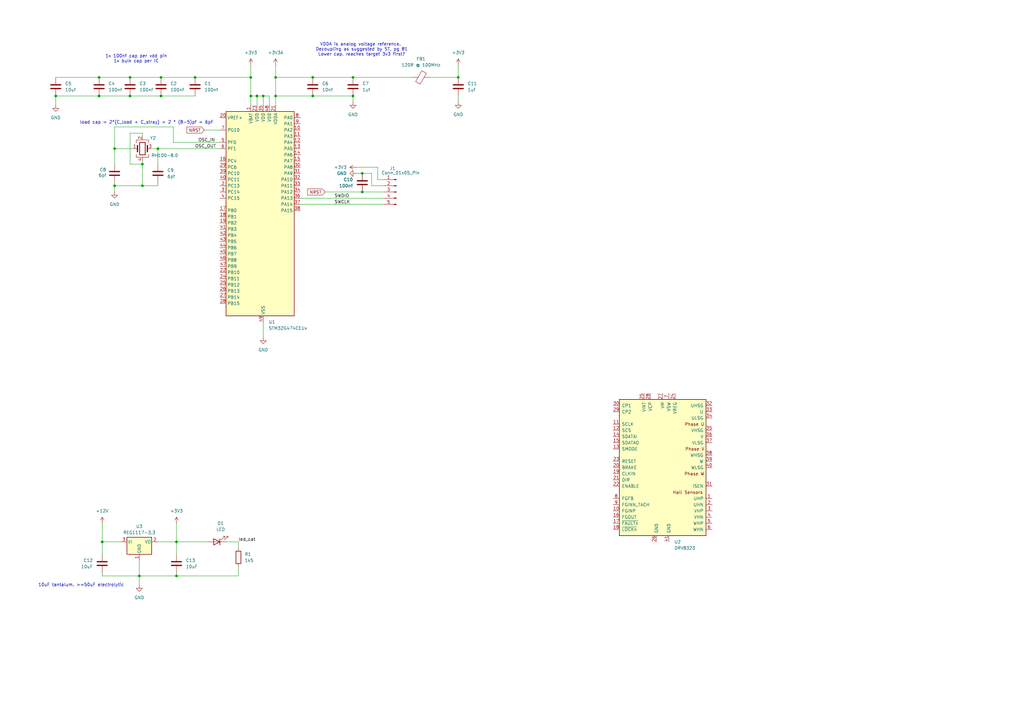
<source format=kicad_sch>
(kicad_sch (version 20231120) (generator "eeschema") (generator_version "8.0")
  (paper "A3")
  (lib_symbols
    (symbol "Connector:Conn_01x05_Pin" (pin_names (offset 1.016) hide)
      (property "Reference" "J" (at 0 7.62 0))
      (property "Value" "Conn_01x05_Pin" (at 0 -7.62 0))
      (symbol "Conn_01x05_Pin_1_1"
        (polyline (pts (xy 1.27 -5.08) (xy 0.8636 -5.08)) (stroke (width 0.1524)))
        (polyline (pts (xy 1.27 -2.54) (xy 0.8636 -2.54)) (stroke (width 0.1524)))
        (polyline (pts (xy 1.27 0) (xy 0.8636 0)) (stroke (width 0.1524)))
        (polyline (pts (xy 1.27 2.54) (xy 0.8636 2.54)) (stroke (width 0.1524)))
        (polyline (pts (xy 1.27 5.08) (xy 0.8636 5.08)) (stroke (width 0.1524)))
        (rectangle (start 0.8636 -4.953) (end 0 -5.207) (stroke (width 0.1524)) (fill (type outline)))
        (rectangle (start 0.8636 -2.413) (end 0 -2.667) (stroke (width 0.1524)) (fill (type outline)))
        (rectangle (start 0.8636 0.127) (end 0 -0.127) (stroke (width 0.1524)) (fill (type outline)))
        (rectangle (start 0.8636 2.667) (end 0 2.413) (stroke (width 0.1524)) (fill (type outline)))
        (rectangle (start 0.8636 5.207) (end 0 4.953) (stroke (width 0.1524)) (fill (type outline)))
        (pin passive line (at 5.08 5.08 180) (length 3.81) (name "Pin_1") (number "1"))
        (pin passive line (at 5.08 2.54 180) (length 3.81) (name "Pin_2") (number "2"))
        (pin passive line (at 5.08 0 180) (length 3.81) (name "Pin_3") (number "3"))
        (pin passive line (at 5.08 -2.54 180) (length 3.81) (name "Pin_4") (number "4"))
        (pin passive line (at 5.08 -5.08 180) (length 3.81) (name "Pin_5") (number "5"))
      )
    )
    (symbol "Device:C" (pin_numbers hide) (pin_names (offset 0.254))
      (property "Reference" "C" (at 0.635 2.54 0))
      (property "Value" "C" (at 0.635 -2.54 0))
      (symbol "C_0_1"
        (polyline (pts (xy -2.032 -0.762) (xy 2.032 -0.762)) (stroke (width 0.508)))
        (polyline (pts (xy -2.032 0.762) (xy 2.032 0.762)) (stroke (width 0.508)))
      )
      (symbol "C_1_1"
        (pin passive line (at 0 3.81 270) (length 2.794) (name "~") (number "1"))
        (pin passive line (at 0 -3.81 90) (length 2.794) (name "~") (number "2"))
      )
    )
    (symbol "Device:Crystal_GND24" (pin_names (offset 1.016) hide)
      (property "Reference" "Y" (at 3.175 5.08 0))
      (property "Value" "Crystal_GND24" (at 3.175 3.175 0))
      (symbol "Crystal_GND24_0_1"
        (rectangle (start -1.143 2.54) (end 1.143 -2.54) (stroke (width 0.3048)))
        (polyline (pts (xy -2.54 0) (xy -2.032 0)))
        (polyline (pts (xy -2.032 -1.27) (xy -2.032 1.27)) (stroke (width 0.508)))
        (polyline (pts (xy 0 -3.81) (xy 0 -3.556)))
        (polyline (pts (xy 0 3.556) (xy 0 3.81)))
        (polyline (pts (xy 2.032 -1.27) (xy 2.032 1.27)) (stroke (width 0.508)))
        (polyline (pts (xy 2.032 0) (xy 2.54 0)))
        (polyline (pts (xy -2.54 -2.286) (xy -2.54 -3.556) (xy 2.54 -3.556) (xy 2.54 -2.286)))
        (polyline (pts (xy -2.54 2.286) (xy -2.54 3.556) (xy 2.54 3.556) (xy 2.54 2.286)))
      )
      (symbol "Crystal_GND24_1_1"
        (pin passive line (at -3.81 0 0) (length 1.27) (name "1") (number "1"))
        (pin passive line (at 0 5.08 270) (length 1.27) (name "2") (number "2"))
        (pin passive line (at 3.81 0 180) (length 1.27) (name "3") (number "3"))
        (pin passive line (at 0 -5.08 90) (length 1.27) (name "4") (number "4"))
      )
    )
    (symbol "Device:FerriteBead" (pin_numbers hide) (pin_names (offset 0))
      (property "Reference" "FB" (at -3.81 0.635 90))
      (property "Value" "FerriteBead" (at 3.81 0 90))
      (symbol "FerriteBead_0_1"
        (polyline (pts (xy 0 -1.27) (xy 0 -1.2192)))
        (polyline (pts (xy 0 1.27) (xy 0 1.2954)))
        (polyline (pts (xy -2.7686 0.4064) (xy -1.7018 2.2606) (xy 2.7686 -0.3048) (xy 1.6764 -2.159) (xy -2.7686 0.4064)))
      )
      (symbol "FerriteBead_1_1"
        (pin passive line (at 0 3.81 270) (length 2.54) (name "~") (number "1"))
        (pin passive line (at 0 -3.81 90) (length 2.54) (name "~") (number "2"))
      )
    )
    (symbol "Device:LED" (pin_numbers hide) (pin_names (offset 1.016) hide)
      (property "Reference" "D" (at 0 2.54 0))
      (property "Value" "LED" (at 0 -2.54 0))
      (symbol "LED_0_1"
        (polyline (pts (xy -1.27 -1.27) (xy -1.27 1.27)) (stroke (width 0.254)))
        (polyline (pts (xy -1.27 0) (xy 1.27 0)))
        (polyline (pts (xy 1.27 -1.27) (xy 1.27 1.27) (xy -1.27 0) (xy 1.27 -1.27)) (stroke (width 0.254)))
        (polyline (pts (xy -3.048 -0.762) (xy -4.572 -2.286) (xy -3.81 -2.286) (xy -4.572 -2.286) (xy -4.572 -1.524)))
        (polyline (pts (xy -1.778 -0.762) (xy -3.302 -2.286) (xy -2.54 -2.286) (xy -3.302 -2.286) (xy -3.302 -1.524)))
      )
      (symbol "LED_1_1"
        (pin passive line (at -3.81 0 0) (length 2.54) (name "K") (number "1"))
        (pin passive line (at 3.81 0 180) (length 2.54) (name "A") (number "2"))
      )
    )
    (symbol "Device:R" (pin_numbers hide) (pin_names (offset 0))
      (property "Reference" "R" (at 2.032 0 90))
      (property "Value" "R" (at 0 0 90))
      (symbol "R_0_1"
        (rectangle (start -1.016 -2.54) (end 1.016 2.54) (stroke (width 0.254)))
      )
      (symbol "R_1_1"
        (pin passive line (at 0 3.81 270) (length 1.27) (name "~") (number "1"))
        (pin passive line (at 0 -3.81 90) (length 1.27) (name "~") (number "2"))
      )
    )
    (symbol "Driver_Motor:DRV8308" (pin_names (offset 1.016))
      (property "Reference" "U" (at -17.78 36.83 0))
      (property "Value" "DRV8308" (at -17.78 -21.59 0))
      (symbol "DRV8308_0_0"
        (text "Hall Sensors" (at 16.51 -2.54 0) (effects (font (size 1.27 1.27)) (justify right)))
        (text "Phase U" (at 17.145 25.4 0) (effects (font (size 1.27 1.27)) (justify right)))
        (text "Phase V" (at 17.145 15.24 0) (effects (font (size 1.27 1.27)) (justify right)))
        (text "Phase W" (at 17.145 5.08 0) (effects (font (size 1.27 1.27)) (justify right)))
      )
      (symbol "DRV8308_0_1"
        (rectangle (start -17.78 35.56) (end 17.78 -20.32) (stroke (width 0.254)) (fill (type background)))
      )
      (symbol "DRV8308_1_1"
        (pin input line (at 20.32 -5.08 180) (length 2.54) (name "UHP") (number "1"))
        (pin bidirectional line (at -20.32 -10.16 0) (length 2.54) (name "FGINP") (number "10"))
        (pin input line (at -20.32 25.4 0) (length 2.54) (name "SCLK") (number "11"))
        (pin input line (at -20.32 22.86 0) (length 2.54) (name "SCS") (number "12"))
        (pin input line (at -20.32 15.24 0) (length 2.54) (name "SMODE") (number "13"))
        (pin input line (at -20.32 20.32 0) (length 2.54) (name "SDATAI") (number "14"))
        (pin output line (at -20.32 17.78 0) (length 2.54) (name "SDATAO") (number "15"))
        (pin output line (at -20.32 -12.7 0) (length 2.54) (name "FGOUT") (number "16"))
        (pin output line (at -20.32 -15.24 0) (length 2.54) (name "~{FAULTn}") (number "17"))
        (pin output line (at -20.32 -17.78 0) (length 2.54) (name "~{LOCKn}") (number "18"))
        (pin input line (at -20.32 5.08 0) (length 2.54) (name "CLKIN") (number "19"))
        (pin input line (at 20.32 -7.62 180) (length 2.54) (name "UHN") (number "2"))
        (pin input line (at -20.32 7.62 0) (length 2.54) (name "BRAKE") (number "20"))
        (pin input line (at -20.32 2.54 0) (length 2.54) (name "DIR") (number "21"))
        (pin input line (at -20.32 0 0) (length 2.54) (name "ENABLE") (number "22"))
        (pin input line (at -20.32 10.16 0) (length 2.54) (name "RESET") (number "23"))
        (pin power_out line (at 5.08 38.1 270) (length 2.54) (name "VREG") (number "24"))
        (pin passive line (at -7.62 38.1 270) (length 2.54) (name "VINT") (number "25"))
        (pin power_in line (at -2.54 -22.86 90) (length 2.54) (name "GND") (number "26"))
        (pin power_in line (at 0 38.1 270) (length 2.54) (name "VM") (number "27"))
        (pin passive line (at -5.08 38.1 270) (length 2.54) (name "VCP") (number "28"))
        (pin passive line (at -20.32 30.48 0) (length 2.54) (name "CP2") (number "29"))
        (pin input line (at 20.32 -10.16 180) (length 2.54) (name "VHP") (number "3"))
        (pin passive line (at -20.32 33.02 0) (length 2.54) (name "CP1") (number "30"))
        (pin input line (at 20.32 0 180) (length 2.54) (name "ISEN") (number "31"))
        (pin output line (at 20.32 33.02 180) (length 2.54) (name "UHSG") (number "32"))
        (pin input line (at 20.32 30.48 180) (length 2.54) (name "U") (number "33"))
        (pin output line (at 20.32 27.94 180) (length 2.54) (name "ULSG") (number "34"))
        (pin output line (at 20.32 22.86 180) (length 2.54) (name "VHSG") (number "35"))
        (pin input line (at 20.32 20.32 180) (length 2.54) (name "V") (number "36"))
        (pin output line (at 20.32 17.78 180) (length 2.54) (name "VLSG") (number "37"))
        (pin output line (at 20.32 12.7 180) (length 2.54) (name "WHSG") (number "38"))
        (pin input line (at 20.32 10.16 180) (length 2.54) (name "W") (number "39"))
        (pin input line (at 20.32 -12.7 180) (length 2.54) (name "VHN") (number "4"))
        (pin output line (at 20.32 7.62 180) (length 2.54) (name "WLSG") (number "40"))
        (pin power_in line (at 2.54 -22.86 90) (length 2.54) (name "GND") (number "41"))
        (pin input line (at 20.32 -15.24 180) (length 2.54) (name "WHP") (number "5"))
        (pin input line (at 20.32 -17.78 180) (length 2.54) (name "WHN") (number "6"))
        (pin power_out line (at 2.54 38.1 270) (length 2.54) (name "VSW") (number "7"))
        (pin output line (at -20.32 -5.08 0) (length 2.54) (name "FGFB") (number "8"))
        (pin input line (at -20.32 -7.62 0) (length 2.54) (name "FGINN_TACH") (number "9"))
      )
    )
    (symbol "MCU_ST_STM32G4:STM32G474CEUx"
      (property "Reference" "U" (at -12.7 44.45 0))
      (property "Value" "STM32G474CEUx" (at 10.16 44.45 0))
      (symbol "STM32G474CEUx_0_1"
        (rectangle (start -12.7 -40.64) (end 15.24 43.18) (stroke (width 0.254)) (fill (type background)))
      )
      (symbol "STM32G474CEUx_1_1"
        (pin power_in line (at -2.54 45.72 270) (length 2.54) (name "VBAT") (number "1"))
        (pin bidirectional line (at 17.78 35.56 180) (length 2.54) (name "PA2") (number "10"))
        (pin bidirectional line (at 17.78 33.02 180) (length 2.54) (name "PA3") (number "11"))
        (pin bidirectional line (at 17.78 30.48 180) (length 2.54) (name "PA4") (number "12"))
        (pin bidirectional line (at 17.78 27.94 180) (length 2.54) (name "PA5") (number "13"))
        (pin bidirectional line (at 17.78 25.4 180) (length 2.54) (name "PA6") (number "14"))
        (pin bidirectional line (at 17.78 22.86 180) (length 2.54) (name "PA7") (number "15"))
        (pin bidirectional line (at -15.24 22.86 0) (length 2.54) (name "PC4") (number "16"))
        (pin bidirectional line (at -15.24 2.54 0) (length 2.54) (name "PB0") (number "17"))
        (pin bidirectional line (at -15.24 0 0) (length 2.54) (name "PB1") (number "18"))
        (pin bidirectional line (at -15.24 -2.54 0) (length 2.54) (name "PB2") (number "19"))
        (pin bidirectional line (at -15.24 12.7 0) (length 2.54) (name "PC13") (number "2"))
        (pin input line (at -15.24 40.64 0) (length 2.54) (name "VREF+") (number "20"))
        (pin power_in line (at 7.62 45.72 270) (length 2.54) (name "VDDA") (number "21"))
        (pin bidirectional line (at -15.24 -22.86 0) (length 2.54) (name "PB10") (number "22"))
        (pin power_in line (at 0 45.72 270) (length 2.54) (name "VDD") (number "23"))
        (pin bidirectional line (at -15.24 -25.4 0) (length 2.54) (name "PB11") (number "24"))
        (pin bidirectional line (at -15.24 -27.94 0) (length 2.54) (name "PB12") (number "25"))
        (pin bidirectional line (at -15.24 -30.48 0) (length 2.54) (name "PB13") (number "26"))
        (pin bidirectional line (at -15.24 -33.02 0) (length 2.54) (name "PB14") (number "27"))
        (pin bidirectional line (at -15.24 -35.56 0) (length 2.54) (name "PB15") (number "28"))
        (pin bidirectional line (at -15.24 20.32 0) (length 2.54) (name "PC6") (number "29"))
        (pin bidirectional line (at -15.24 10.16 0) (length 2.54) (name "PC14") (number "3"))
        (pin bidirectional line (at 17.78 20.32 180) (length 2.54) (name "PA8") (number "30"))
        (pin bidirectional line (at 17.78 17.78 180) (length 2.54) (name "PA9") (number "31"))
        (pin bidirectional line (at 17.78 15.24 180) (length 2.54) (name "PA10") (number "32"))
        (pin bidirectional line (at 17.78 12.7 180) (length 2.54) (name "PA11") (number "33"))
        (pin bidirectional line (at 17.78 10.16 180) (length 2.54) (name "PA12") (number "34"))
        (pin power_in line (at 2.54 45.72 270) (length 2.54) (name "VDD") (number "35"))
        (pin bidirectional line (at 17.78 7.62 180) (length 2.54) (name "PA13") (number "36"))
        (pin bidirectional line (at 17.78 5.08 180) (length 2.54) (name "PA14") (number "37"))
        (pin bidirectional line (at 17.78 2.54 180) (length 2.54) (name "PA15") (number "38"))
        (pin bidirectional line (at -15.24 17.78 0) (length 2.54) (name "PC10") (number "39"))
        (pin bidirectional line (at -15.24 7.62 0) (length 2.54) (name "PC15") (number "4"))
        (pin bidirectional line (at -15.24 15.24 0) (length 2.54) (name "PC11") (number "40"))
        (pin bidirectional line (at -15.24 -5.08 0) (length 2.54) (name "PB3") (number "41"))
        (pin bidirectional line (at -15.24 -7.62 0) (length 2.54) (name "PB4") (number "42"))
        (pin bidirectional line (at -15.24 -10.16 0) (length 2.54) (name "PB5") (number "43"))
        (pin bidirectional line (at -15.24 -12.7 0) (length 2.54) (name "PB6") (number "44"))
        (pin bidirectional line (at -15.24 -15.24 0) (length 2.54) (name "PB7") (number "45"))
        (pin bidirectional line (at -15.24 -17.78 0) (length 2.54) (name "PB8") (number "46"))
        (pin bidirectional line (at -15.24 -20.32 0) (length 2.54) (name "PB9") (number "47"))
        (pin power_in line (at 5.08 45.72 270) (length 2.54) (name "VDD") (number "48"))
        (pin power_in line (at 2.54 -43.18 90) (length 2.54) (name "VSS") (number "49"))
        (pin bidirectional line (at -15.24 30.48 0) (length 2.54) (name "PF0") (number "5"))
        (pin bidirectional line (at -15.24 27.94 0) (length 2.54) (name "PF1") (number "6"))
        (pin bidirectional line (at -15.24 35.56 0) (length 2.54) (name "PG10") (number "7"))
        (pin bidirectional line (at 17.78 40.64 180) (length 2.54) (name "PA0") (number "8"))
        (pin bidirectional line (at 17.78 38.1 180) (length 2.54) (name "PA1") (number "9"))
      )
    )
    (symbol "Regulator_Linear:AZ1117-3.3" (pin_names (offset 0.254))
      (property "Reference" "U" (at -3.81 3.175 0))
      (property "Value" "AZ1117-3.3" (at 0 3.175 0))
      (symbol "AZ1117-3.3_0_1"
        (rectangle (start -5.08 1.905) (end 5.08 -5.08) (stroke (width 0.254)) (fill (type background)))
      )
      (symbol "AZ1117-3.3_1_1"
        (pin power_in line (at 0 -7.62 90) (length 2.54) (name "GND") (number "1"))
        (pin power_out line (at 7.62 0 180) (length 2.54) (name "VO") (number "2"))
        (pin power_in line (at -7.62 0 0) (length 2.54) (name "VI") (number "3"))
      )
    )
    (symbol "power:+12V" (power) (pin_numbers hide) (pin_names (offset 0) hide)
      (property "Value" "+12V" (at 0 3.556 0))
      (symbol "+12V_0_1"
        (polyline (pts (xy -0.762 1.27) (xy 0 2.54)))
        (polyline (pts (xy 0 0) (xy 0 2.54)))
        (polyline (pts (xy 0 2.54) (xy 0.762 1.27)))
      )
      (symbol "+12V_1_1"
        (pin power_in line (at 0 0 90) (length 0) (name "~") (number "1"))
      )
    )
    (symbol "power:+3V3" (power) (pin_numbers hide) (pin_names (offset 0) hide)
      (property "Value" "+3V3" (at 0 3.556 0))
      (symbol "+3V3_0_1"
        (polyline (pts (xy -0.762 1.27) (xy 0 2.54)))
        (polyline (pts (xy 0 0) (xy 0 2.54)))
        (polyline (pts (xy 0 2.54) (xy 0.762 1.27)))
      )
      (symbol "+3V3_1_1"
        (pin power_in line (at 0 0 90) (length 0) (name "~") (number "1"))
      )
    )
    (symbol "power:GND" (power) (pin_numbers hide) (pin_names (offset 0) hide)
      (property "Value" "GND" (at 0 -3.81 0))
      (symbol "GND_0_1"
        (polyline (pts (xy 0 0) (xy 0 -1.27) (xy 1.27 -1.27) (xy 0 -2.54) (xy -1.27 -1.27) (xy 0 -1.27)))
      )
      (symbol "GND_1_1"
        (pin power_in line (at 0 0 270) (length 0) (name "~") (number "1"))
      )
    )
  )
  (junction (at 102.87 31.75))
  (junction (at 144.78 39.37))
  (junction (at 128.27 39.37))
  (junction (at 40.64 39.37))
  (junction (at 58.42 76.2))
  (junction (at 105.41 39.37))
  (junction (at 107.95 39.37))
  (junction (at 66.04 39.37))
  (junction (at 22.86 39.37))
  (junction (at 53.34 31.75))
  (junction (at 53.34 39.37))
  (junction (at 102.87 39.37))
  (junction (at 66.04 31.75))
  (junction (at 46.99 60.96))
  (junction (at 128.27 31.75))
  (junction (at 187.96 31.75))
  (junction (at 113.03 39.37))
  (junction (at 58.42 67.31))
  (junction (at 72.39 222.25))
  (junction (at 40.64 31.75))
  (junction (at 64.77 60.96))
  (junction (at 148.59 71.12))
  (junction (at 57.15 236.22))
  (junction (at 113.03 31.75))
  (junction (at 80.01 31.75))
  (junction (at 46.99 76.2))
  (junction (at 72.39 236.22))
  (junction (at 144.78 31.75))
  (junction (at 41.91 222.25))
  (junction (at 148.59 78.74))
  (wire (pts (xy 58.42 67.31) (xy 58.42 76.2)))
  (wire (pts (xy 71.12 58.42) (xy 90.17 58.42)))
  (wire (pts (xy 58.42 55.88) (xy 58.42 54.61)))
  (wire (pts (xy 152.4 76.2) (xy 157.48 76.2)))
  (wire (pts (xy 187.96 39.37) (xy 187.96 41.91)))
  (wire (pts (xy 113.03 31.75) (xy 128.27 31.75)))
  (wire (pts (xy 40.64 31.75) (xy 53.34 31.75)))
  (wire (pts (xy 53.34 31.75) (xy 66.04 31.75)))
  (wire (pts (xy 152.4 71.12) (xy 152.4 76.2)))
  (wire (pts (xy 57.15 229.87) (xy 57.15 236.22)))
  (wire (pts (xy 72.39 222.25) (xy 85.09 222.25)))
  (wire (pts (xy 154.94 68.58) (xy 146.05 68.58)))
  (wire (pts (xy 128.27 39.37) (xy 144.78 39.37)))
  (wire (pts (xy 113.03 26.67) (xy 113.03 31.75)))
  (wire (pts (xy 22.86 39.37) (xy 40.64 39.37)))
  (wire (pts (xy 102.87 31.75) (xy 80.01 31.75)))
  (wire (pts (xy 102.87 43.18) (xy 102.87 39.37)))
  (wire (pts (xy 46.99 60.96) (xy 54.61 60.96)))
  (wire (pts (xy 92.71 222.25) (xy 97.79 222.25)))
  (wire (pts (xy 46.99 52.07) (xy 71.12 52.07)))
  (wire (pts (xy 72.39 236.22) (xy 97.79 236.22)))
  (wire (pts (xy 113.03 39.37) (xy 113.03 43.18)))
  (wire (pts (xy 41.91 222.25) (xy 41.91 227.33)))
  (wire (pts (xy 66.04 39.37) (xy 80.01 39.37)))
  (wire (pts (xy 107.95 39.37) (xy 110.49 39.37)))
  (wire (pts (xy 57.15 236.22) (xy 72.39 236.22)))
  (wire (pts (xy 46.99 60.96) (xy 46.99 67.31)))
  (wire (pts (xy 110.49 43.18) (xy 110.49 39.37)))
  (wire (pts (xy 22.86 39.37) (xy 22.86 43.18)))
  (wire (pts (xy 72.39 222.25) (xy 72.39 214.63)))
  (wire (pts (xy 97.79 224.79) (xy 97.79 222.25)))
  (wire (pts (xy 105.41 39.37) (xy 107.95 39.37)))
  (wire (pts (xy 53.34 39.37) (xy 66.04 39.37)))
  (wire (pts (xy 53.34 67.31) (xy 58.42 67.31)))
  (wire (pts (xy 40.64 39.37) (xy 53.34 39.37)))
  (wire (pts (xy 58.42 66.04) (xy 58.42 67.31)))
  (wire (pts (xy 71.12 58.42) (xy 71.12 52.07)))
  (wire (pts (xy 62.23 60.96) (xy 64.77 60.96)))
  (wire (pts (xy 64.77 76.2) (xy 64.77 74.93)))
  (wire (pts (xy 58.42 54.61) (xy 53.34 54.61)))
  (wire (pts (xy 146.05 71.12) (xy 148.59 71.12)))
  (wire (pts (xy 107.95 39.37) (xy 107.95 43.18)))
  (wire (pts (xy 83.82 53.34) (xy 90.17 53.34)))
  (wire (pts (xy 113.03 31.75) (xy 113.03 39.37)))
  (wire (pts (xy 41.91 214.63) (xy 41.91 222.25)))
  (wire (pts (xy 107.95 132.08) (xy 107.95 138.43)))
  (wire (pts (xy 57.15 240.03) (xy 57.15 236.22)))
  (wire (pts (xy 102.87 26.67) (xy 102.87 31.75)))
  (wire (pts (xy 64.77 60.96) (xy 90.17 60.96)))
  (wire (pts (xy 187.96 26.67) (xy 187.96 31.75)))
  (wire (pts (xy 72.39 236.22) (xy 72.39 234.95)))
  (wire (pts (xy 148.59 78.74) (xy 157.48 78.74)))
  (wire (pts (xy 148.59 71.12) (xy 152.4 71.12)))
  (wire (pts (xy 133.35 78.74) (xy 148.59 78.74)))
  (wire (pts (xy 113.03 39.37) (xy 128.27 39.37)))
  (wire (pts (xy 154.94 68.58) (xy 154.94 73.66)))
  (wire (pts (xy 97.79 236.22) (xy 97.79 232.41)))
  (wire (pts (xy 176.53 31.75) (xy 187.96 31.75)))
  (wire (pts (xy 105.41 39.37) (xy 105.41 43.18)))
  (wire (pts (xy 41.91 236.22) (xy 57.15 236.22)))
  (wire (pts (xy 58.42 76.2) (xy 64.77 76.2)))
  (wire (pts (xy 53.34 54.61) (xy 53.34 67.31)))
  (wire (pts (xy 144.78 39.37) (xy 144.78 41.91)))
  (wire (pts (xy 22.86 31.75) (xy 40.64 31.75)))
  (wire (pts (xy 41.91 222.25) (xy 49.53 222.25)))
  (wire (pts (xy 102.87 39.37) (xy 105.41 39.37)))
  (wire (pts (xy 123.19 83.82) (xy 157.48 83.82)))
  (wire (pts (xy 46.99 52.07) (xy 46.99 60.96)))
  (wire (pts (xy 72.39 222.25) (xy 72.39 227.33)))
  (wire (pts (xy 128.27 31.75) (xy 144.78 31.75)))
  (wire (pts (xy 46.99 74.93) (xy 46.99 76.2)))
  (wire (pts (xy 123.19 81.28) (xy 157.48 81.28)))
  (wire (pts (xy 144.78 31.75) (xy 168.91 31.75)))
  (wire (pts (xy 102.87 39.37) (xy 102.87 31.75)))
  (wire (pts (xy 66.04 31.75) (xy 80.01 31.75)))
  (wire (pts (xy 154.94 73.66) (xy 157.48 73.66)))
  (wire (pts (xy 64.77 60.96) (xy 64.77 67.31)))
  (wire (pts (xy 41.91 234.95) (xy 41.91 236.22)))
  (wire (pts (xy 46.99 76.2) (xy 46.99 78.74)))
  (wire (pts (xy 46.99 76.2) (xy 58.42 76.2)))
  (wire (pts (xy 64.77 222.25) (xy 72.39 222.25)))
  (text "VDDA is analog voltage reference. \nDecoupling as suggested by ST, pg 81\nLower cap. reaches target 3v3 first?" (at 148.336 20.32 0) (effects (font (size 1.27 1.27))))
  (text "10uF tantalum. >=50uF electrolytic\n " (at 33.274 241.046 0) (effects (font (size 1.27 1.27))))
  (text "1x 100nf cap per vdd pin\n1x bulk cap per IC\n" (at 55.88 24.13 0) (effects (font (size 1.27 1.27))))
  (text "load cap = 2*(C_load + C_stray) = 2 * (8-5)pf = 6pF" (at 60.198 50.292 0) (effects (font (size 1.27 1.27))))
  (label "OSC_IN" (at 81.28 58.42 0))
  (label "OSC_OUT" (at 80.01 60.96 0))
  (label "led_cat" (at 97.79 222.25 0))
  (label "SWCLK" (at 137.16 83.82 0))
  (label "SWDIO" (at 137.16 81.28 0))
  (global_label "NRST" (shape input) (at 83.82 53.34 180) (property "Intersheetrefs" "${INTERSHEET_REFS}" (effects (hide yes))))
  (global_label "NRST" (shape input) (at 133.35 78.74 180) (property "Intersheetrefs" "${INTERSHEET_REFS}" (effects (hide yes))))
  (symbol (lib_id "Device:C") (at 66.04 35.56 0) (unit 1)
    (property "Reference" "C2" (at 69.85 34.2899 0) (effects (justify left)))
    (property "Value" "100nf" (at 69.85 36.8299 0) (effects (justify left)))
    (property "Description" "Unpolarized capacitor" (effects (hide yes)))
  )
  (symbol (lib_id "Device:C") (at 80.01 35.56 0) (unit 1)
    (property "Reference" "C1" (at 83.82 34.2899 0) (effects (justify left)))
    (property "Value" "100nf" (at 83.82 36.8299 0) (effects (justify left)))
    (property "Description" "Unpolarized capacitor" (effects (hide yes)))
  )
  (symbol (lib_id "MCU_ST_STM32G4:STM32G474CEUx") (at 105.41 88.9 0) (unit 1)
    (property "Reference" "U1" (at 110.1441 132.08 0) (effects (justify left)))
    (property "Value" "STM32G474CEUx" (at 110.1441 134.62 0) (effects (justify left)))
    (property "Footprint" "Package_DFN_QFN:QFN-48-1EP_7x7mm_P0.5mm_EP5.6x5.6mm" (effects (hide yes)))
    (property "Datasheet" "https://www.st.com/resource/en/datasheet/stm32g474ce.pdf" (effects (hide yes)))
    (property "Description" "STMicroelectronics Arm Cortex-M4 MCU, 512KB flash, 128KB RAM, 170 MHz, 1.71-3.6V, 42 GPIO, UFQFPN48" (effects (hide yes)))
  )
  (symbol (lib_id "Device:C") (at 53.34 35.56 0) (unit 1)
    (property "Reference" "C3" (at 57.15 34.2899 0) (effects (justify left)))
    (property "Value" "100nf" (at 57.15 36.8299 0) (effects (justify left)))
    (property "Description" "Unpolarized capacitor" (effects (hide yes)))
  )
  (symbol (lib_id "Device:LED") (at 88.9 222.25 180) (unit 1)
    (property "Reference" "D1" (at 90.4875 214.63 0))
    (property "Value" "LED" (at 90.4875 217.17 0))
    (property "Description" "Light emitting diode" (effects (hide yes)))
  )
  (symbol (lib_id "Device:C") (at 64.77 71.12 0) (unit 1)
    (property "Reference" "C9" (at 68.58 69.8499 0) (effects (justify left)))
    (property "Value" "6pf" (at 68.58 72.3899 0) (effects (justify left)))
    (property "Description" "Unpolarized capacitor" (effects (hide yes)))
  )
  (symbol (lib_id "Device:R") (at 97.79 228.6 0) (unit 1)
    (property "Reference" "R1" (at 100.33 227.3299 0) (effects (justify left)))
    (property "Value" "1k5" (at 100.33 229.8699 0) (effects (justify left)))
    (property "Description" "Resistor" (effects (hide yes)))
  )
  (symbol (lib_id "power:GND") (at 107.95 138.43 0) (unit 1)
    (property "Reference" "#PWR02" (effects (hide yes)))
    (property "Value" "GND" (at 107.95 143.51 0))
    (property "Description" "Power symbol creates a global label with name \"GND\" , ground" (effects (hide yes)))
  )
  (symbol (lib_id "Device:C") (at 46.99 71.12 180) (unit 1)
    (property "Reference" "C8" (at 40.894 69.596 0) (effects (justify right)))
    (property "Value" "6pf" (at 40.386 71.882 0) (effects (justify right)))
    (property "Description" "Unpolarized capacitor" (effects (hide yes)))
  )
  (symbol (lib_id "Device:FerriteBead") (at 172.72 31.75 90) (unit 1)
    (property "Reference" "FB1" (at 172.6692 24.13 90))
    (property "Value" "120R @ 100MHz" (at 172.6692 26.67 90))
    (property "Footprint" "Inductor_SMD:L_0603_1608Metric" (effects (hide yes)))
  )
  (symbol (lib_id "Device:C") (at 72.39 231.14 0) (unit 1)
    (property "Reference" "C13" (at 76.2 229.8699 0) (effects (justify left)))
    (property "Value" "10uF" (at 76.2 232.4099 0) (effects (justify left)))
    (property "Description" "Unpolarized capacitor" (effects (hide yes)))
  )
  (symbol (lib_id "Device:C") (at 187.96 35.56 0) (unit 1)
    (property "Reference" "C11" (at 191.77 34.2899 0) (effects (justify left)))
    (property "Value" "1uf" (at 191.77 36.8299 0) (effects (justify left)))
    (property "Description" "Unpolarized capacitor" (effects (hide yes)))
  )
  (symbol (lib_id "power:+3V3") (at 113.03 26.67 0) (unit 1)
    (property "Reference" "#PWR03" (effects (hide yes)))
    (property "Value" "+3V3A" (at 113.03 21.59 0))
    (property "Description" "Power symbol creates a global label with name \"+3V3\"" (effects (hide yes)))
  )
  (symbol (lib_id "Device:C") (at 40.64 35.56 0) (unit 1)
    (property "Reference" "C4" (at 44.45 34.2899 0) (effects (justify left)))
    (property "Value" "100nf" (at 44.45 36.8299 0) (effects (justify left)))
    (property "Description" "Unpolarized capacitor" (effects (hide yes)))
  )
  (symbol (lib_id "Device:C") (at 128.27 35.56 0) (unit 1)
    (property "Reference" "C6" (at 132.08 34.2899 0) (effects (justify left)))
    (property "Value" "10nf" (at 132.08 36.8299 0) (effects (justify left)))
    (property "Description" "Unpolarized capacitor" (effects (hide yes)))
  )
  (symbol (lib_id "Regulator_Linear:AZ1117-3.3") (at 57.15 222.25 0) (unit 1)
    (property "Reference" "U3" (at 57.15 215.9 0))
    (property "Value" "REG1117-3.3" (at 57.15 218.44 0))
    (property "Datasheet" "https://www.diodes.com/assets/Datasheets/AZ1117.pdf" (effects (hide yes)))
    (property "Description" "1A 20V Fixed LDO Linear Regulator, 3.3V, SOT-89/SOT-223/TO-220/TO-252/TO-263" (effects (hide yes)))
  )
  (symbol (lib_id "Connector:Conn_01x05_Pin") (at 162.56 78.74 0) (mirror y) (unit 1)
    (property "Reference" "J1" (at 161.036 69.088 0))
    (property "Value" "Conn_01x05_Pin" (at 164.338 70.866 0))
    (property "Description" "Generic connector, single row, 01x05, script generated" (effects (hide yes)))
  )
  (symbol (lib_id "Device:C") (at 148.59 74.93 0) (unit 1)
    (property "Reference" "C10" (at 144.78 73.6599 0) (effects (justify right)))
    (property "Value" "100nf" (at 144.78 76.1999 0) (effects (justify right)))
    (property "Description" "Unpolarized capacitor" (effects (hide yes)))
  )
  (symbol (lib_id "power:+3V3") (at 102.87 26.67 0) (unit 1)
    (property "Reference" "#PWR01" (effects (hide yes)))
    (property "Value" "+3V3" (at 102.87 21.59 0))
    (property "Description" "Power symbol creates a global label with name \"+3V3\"" (effects (hide yes)))
  )
  (symbol (lib_id "power:+3V3") (at 187.96 26.67 0) (unit 1)
    (property "Reference" "#PWR010" (effects (hide yes)))
    (property "Value" "+3V3" (at 187.96 21.59 0))
    (property "Description" "Power symbol creates a global label with name \"+3V3\"" (effects (hide yes)))
  )
  (symbol (lib_id "power:GND") (at 22.86 43.18 0) (unit 1)
    (property "Reference" "#PWR05" (effects (hide yes)))
    (property "Value" "GND" (at 22.86 48.26 0))
    (property "Description" "Power symbol creates a global label with name \"GND\" , ground" (effects (hide yes)))
  )
  (symbol (lib_id "power:GND") (at 144.78 41.91 0) (unit 1)
    (property "Reference" "#PWR04" (effects (hide yes)))
    (property "Value" "GND" (at 144.78 46.99 0))
    (property "Description" "Power symbol creates a global label with name \"GND\" , ground" (effects (hide yes)))
  )
  (symbol (lib_id "power:+3V3") (at 72.39 214.63 0) (unit 1)
    (property "Reference" "#PWR012" (effects (hide yes)))
    (property "Value" "+3V3" (at 72.39 209.55 0))
    (property "Description" "Power symbol creates a global label with name \"+3V3\"" (effects (hide yes)))
  )
  (symbol (lib_id "Device:C") (at 22.86 35.56 0) (unit 1)
    (property "Reference" "C5" (at 26.67 34.2899 0) (effects (justify left)))
    (property "Value" "10uf" (at 26.67 36.8299 0) (effects (justify left)))
    (property "Description" "Unpolarized capacitor" (effects (hide yes)))
  )
  (symbol (lib_id "power:GND") (at 187.96 41.91 0) (unit 1)
    (property "Reference" "#PWR09" (effects (hide yes)))
    (property "Value" "GND" (at 187.96 46.99 0))
    (property "Description" "Power symbol creates a global label with name \"GND\" , ground" (effects (hide yes)))
  )
  (symbol (lib_id "Driver_Motor:DRV8308") (at 271.78 199.39 0) (unit 1)
    (property "Reference" "U2" (at 276.5141 222.25 0) (effects (justify left)))
    (property "Value" "DRV8323" (at 276.5141 224.79 0) (effects (justify left)))
    (property "Footprint" "Package_DFN_QFN:Texas_RHA0040E_VQFN-40-1EP_6x6mm_P0.5mm_EP3.52x2.62mm" (effects (hide yes)))
    (property "Datasheet" "http://www.ti.com/lit/ds/symlink/drv8308.pdf" (effects (hide yes)))
    (property "Description" "Brushless DC motor controller, closed loop, hall sensor inputs, current limiting, SPI interface" (effects (hide yes)))
  )
  (symbol (lib_id "power:GND") (at 57.15 240.03 0) (unit 1)
    (property "Reference" "#PWR013" (effects (hide yes)))
    (property "Value" "GND" (at 57.15 245.11 0))
    (property "Description" "Power symbol creates a global label with name \"GND\" , ground" (effects (hide yes)))
  )
  (symbol (lib_id "Device:Crystal_GND24") (at 58.42 60.96 0) (unit 1)
    (property "Reference" "Y2" (at 62.738 56.642 0))
    (property "Value" "RH100-8.0" (at 67.564 63.754 0))
    (property "Description" "Four pin crystal, GND on pins 2 and 4" (effects (hide yes)))
  )
  (symbol (lib_id "Device:C") (at 144.78 35.56 0) (unit 1)
    (property "Reference" "C7" (at 148.59 34.2899 0) (effects (justify left)))
    (property "Value" "1uf" (at 148.59 36.8299 0) (effects (justify left)))
    (property "Description" "Unpolarized capacitor" (effects (hide yes)))
  )
  (symbol (lib_id "power:GND") (at 146.05 71.12 270) (unit 1)
    (property "Reference" "#PWR07" (effects (hide yes)))
    (property "Value" "GND" (at 142.24 71.1199 90) (effects (justify right)))
    (property "Description" "Power symbol creates a global label with name \"GND\" , ground" (effects (hide yes)))
  )
  (symbol (lib_id "power:+3V3") (at 146.05 68.58 90) (unit 1)
    (property "Reference" "#PWR08" (effects (hide yes)))
    (property "Value" "+3V3" (at 142.24 68.5799 90) (effects (justify left)))
    (property "Description" "Power symbol creates a global label with name \"+3V3\"" (effects (hide yes)))
  )
  (symbol (lib_id "power:GND") (at 46.99 78.74 0) (unit 1)
    (property "Reference" "#PWR06" (effects (hide yes)))
    (property "Value" "GND" (at 46.99 83.82 0))
    (property "Description" "Power symbol creates a global label with name \"GND\" , ground" (effects (hide yes)))
  )
  (symbol (lib_id "power:+12V") (at 41.91 214.63 0) (unit 1)
    (property "Reference" "#PWR011" (effects (hide yes)))
    (property "Value" "+12V" (at 41.91 209.55 0))
    (property "Description" "Power symbol creates a global label with name \"+12V\"" (effects (hide yes)))
  )
  (symbol (lib_id "Device:C") (at 41.91 231.14 0) (mirror y) (unit 1)
    (property "Reference" "C12" (at 38.1 229.8699 0) (effects (justify left)))
    (property "Value" "10uF" (at 38.1 232.4099 0) (effects (justify left)))
    (property "Description" "Unpolarized capacitor" (effects (hide yes)))
  )
)
</source>
